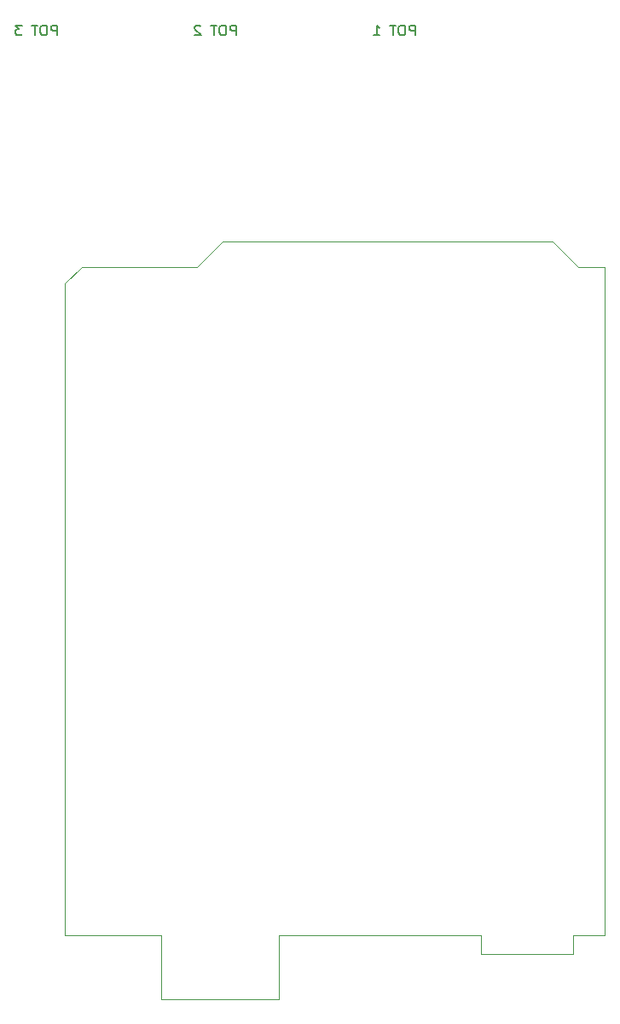
<source format=gbr>
G04 #@! TF.GenerationSoftware,KiCad,Pcbnew,(5.99.0-1109-gba7c8ed85)*
G04 #@! TF.CreationDate,2020-03-29T19:16:44-07:00*
G04 #@! TF.ProjectId,ventilator,76656e74-696c-4617-946f-722e6b696361,rev?*
G04 #@! TF.SameCoordinates,Original*
G04 #@! TF.FileFunction,Legend,Bot*
G04 #@! TF.FilePolarity,Positive*
%FSLAX46Y46*%
G04 Gerber Fmt 4.6, Leading zero omitted, Abs format (unit mm)*
G04 Created by KiCad (PCBNEW (5.99.0-1109-gba7c8ed85)) date 2020-03-29 19:16:44*
%MOMM*%
%LPD*%
G01*
G04 APERTURE LIST*
%ADD10C,0.150000*%
%ADD11C,0.120000*%
G04 APERTURE END LIST*
D10*
X71918309Y-67552880D02*
X71918309Y-66552880D01*
X71537357Y-66552880D01*
X71442119Y-66600500D01*
X71394500Y-66648119D01*
X71346880Y-66743357D01*
X71346880Y-66886214D01*
X71394500Y-66981452D01*
X71442119Y-67029071D01*
X71537357Y-67076690D01*
X71918309Y-67076690D01*
X70727833Y-66552880D02*
X70537357Y-66552880D01*
X70442119Y-66600500D01*
X70346880Y-66695738D01*
X70299261Y-66886214D01*
X70299261Y-67219547D01*
X70346880Y-67410023D01*
X70442119Y-67505261D01*
X70537357Y-67552880D01*
X70727833Y-67552880D01*
X70823071Y-67505261D01*
X70918309Y-67410023D01*
X70965928Y-67219547D01*
X70965928Y-66886214D01*
X70918309Y-66695738D01*
X70823071Y-66600500D01*
X70727833Y-66552880D01*
X70013547Y-66552880D02*
X69442119Y-66552880D01*
X69727833Y-67552880D02*
X69727833Y-66552880D01*
X68442119Y-66552880D02*
X67823071Y-66552880D01*
X68156404Y-66933833D01*
X68013547Y-66933833D01*
X67918309Y-66981452D01*
X67870690Y-67029071D01*
X67823071Y-67124309D01*
X67823071Y-67362404D01*
X67870690Y-67457642D01*
X67918309Y-67505261D01*
X68013547Y-67552880D01*
X68299261Y-67552880D01*
X68394500Y-67505261D01*
X68442119Y-67457642D01*
X89698309Y-67552880D02*
X89698309Y-66552880D01*
X89317357Y-66552880D01*
X89222119Y-66600500D01*
X89174500Y-66648119D01*
X89126880Y-66743357D01*
X89126880Y-66886214D01*
X89174500Y-66981452D01*
X89222119Y-67029071D01*
X89317357Y-67076690D01*
X89698309Y-67076690D01*
X88507833Y-66552880D02*
X88317357Y-66552880D01*
X88222119Y-66600500D01*
X88126880Y-66695738D01*
X88079261Y-66886214D01*
X88079261Y-67219547D01*
X88126880Y-67410023D01*
X88222119Y-67505261D01*
X88317357Y-67552880D01*
X88507833Y-67552880D01*
X88603071Y-67505261D01*
X88698309Y-67410023D01*
X88745928Y-67219547D01*
X88745928Y-66886214D01*
X88698309Y-66695738D01*
X88603071Y-66600500D01*
X88507833Y-66552880D01*
X87793547Y-66552880D02*
X87222119Y-66552880D01*
X87507833Y-67552880D02*
X87507833Y-66552880D01*
X86174500Y-66648119D02*
X86126880Y-66600500D01*
X86031642Y-66552880D01*
X85793547Y-66552880D01*
X85698309Y-66600500D01*
X85650690Y-66648119D01*
X85603071Y-66743357D01*
X85603071Y-66838595D01*
X85650690Y-66981452D01*
X86222119Y-67552880D01*
X85603071Y-67552880D01*
X107478309Y-67552880D02*
X107478309Y-66552880D01*
X107097357Y-66552880D01*
X107002119Y-66600500D01*
X106954500Y-66648119D01*
X106906880Y-66743357D01*
X106906880Y-66886214D01*
X106954500Y-66981452D01*
X107002119Y-67029071D01*
X107097357Y-67076690D01*
X107478309Y-67076690D01*
X106287833Y-66552880D02*
X106097357Y-66552880D01*
X106002119Y-66600500D01*
X105906880Y-66695738D01*
X105859261Y-66886214D01*
X105859261Y-67219547D01*
X105906880Y-67410023D01*
X106002119Y-67505261D01*
X106097357Y-67552880D01*
X106287833Y-67552880D01*
X106383071Y-67505261D01*
X106478309Y-67410023D01*
X106525928Y-67219547D01*
X106525928Y-66886214D01*
X106478309Y-66695738D01*
X106383071Y-66600500D01*
X106287833Y-66552880D01*
X105573547Y-66552880D02*
X105002119Y-66552880D01*
X105287833Y-67552880D02*
X105287833Y-66552880D01*
X103383071Y-67552880D02*
X103954500Y-67552880D01*
X103668785Y-67552880D02*
X103668785Y-66552880D01*
X103764023Y-66695738D01*
X103859261Y-66790976D01*
X103954500Y-66838595D01*
D11*
X88344500Y-87980500D02*
X121114500Y-87980500D01*
X121114500Y-87980500D02*
X123654500Y-90520500D01*
X123654500Y-90520500D02*
X126324500Y-90520500D01*
X126324500Y-90520500D02*
X126324500Y-156820500D01*
X126324500Y-156820500D02*
X123144500Y-156820500D01*
X123144500Y-156820500D02*
X123144500Y-158720500D01*
X123144500Y-158720500D02*
X114004500Y-158720500D01*
X114004500Y-158720500D02*
X114004500Y-156820500D01*
X114004500Y-156820500D02*
X93934500Y-156820500D01*
X93934500Y-156820500D02*
X93934500Y-163170500D01*
X93934500Y-163170500D02*
X82254500Y-163170500D01*
X82254500Y-163170500D02*
X82254500Y-156820500D01*
X82254500Y-156820500D02*
X72724500Y-156820500D01*
X72724500Y-156820500D02*
X72724500Y-92170500D01*
X72724500Y-92170500D02*
X74374500Y-90520500D01*
X74374500Y-90520500D02*
X85804500Y-90520500D01*
X85804500Y-90520500D02*
X88344500Y-87980500D01*
M02*

</source>
